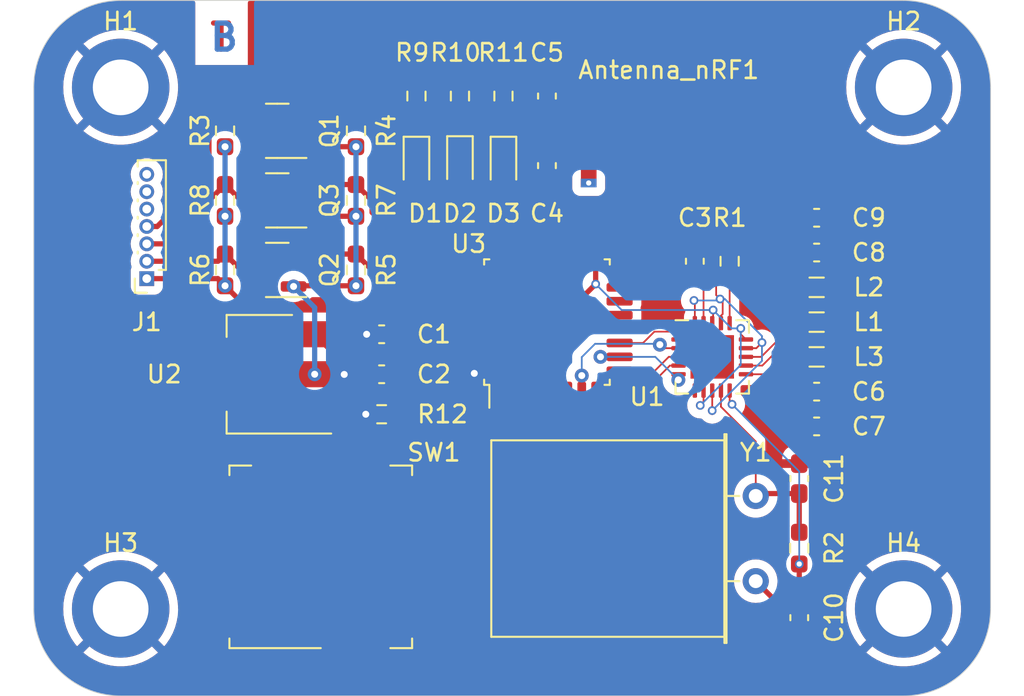
<source format=kicad_pcb>
(kicad_pcb (version 20221018) (generator pcbnew)
  (layers (0 "F.Cu" signal) (31 "B.Cu" signal) (34 "B.Paste" user) (35 "F.Paste" user) (36 "B.SilkS" user "B.Silkscreen") (37 "F.SilkS" user "F.Silkscreen") (38 "B.Mask" user) (39 "F.Mask" user) (44 "Edge.Cuts" user))
  (net 0 "")
  (net 1 "RF_Output")
  (net 2 "+5V")
  (net 3 "VDD_NRF")
  (net 4 "Net-(U1-DVDD)")
  (net 5 "VDD_PA")
  (net 6 "Net-(C8-Pad2)")
  (net 7 "XC1")
  (net 8 "XC2")
  (net 9 "Net-(D1-K)")
  (net 10 "Player2_LED")
  (net 11 "Net-(D2-K)")
  (net 12 "Player1_LED")
  (net 13 "Net-(D3-K)")
  (net 14 "Status_LED")
  (net 15 "Data_Clock_SNES")
  (net 16 "Data_Latch_SNES")
  (net 17 "Serial_Data_SNES")
  (net 18 "ANT2")
  (net 19 "ANT1")
  (net 20 "Serial_Data_STM32")
  (net 21 "Data_Clock_STM32")
  (net 22 "Data_Latch_STM32")
  (net 23 "Net-(U1-IREF)")
  (net 24 "Appairing_Btn")
  (net 25 "Chip_Enable")
  (net 26 "SPI_Chip_Select")
  (net 27 "SPI_Clock")
  (net 28 "SPI_Digital_Input")
  (net 29 "SPI_Digital_Output")
  (net 33 "+3.3VA")
  (net 49 "GND")
  (net 50 "GND1")
  (net 51 "GND3")
  (net 52 "GND2")
  (footprint "Capacitor_SMD:C_0603_1608Metric_Pad1.08x0.95mm_HandSolder" (layer "F.Cu") (at 87 93.5 -90)
    (fp_text reference "C10" (at 0 -2 90) (layer "F.SilkS"))
    (fp_text value "22p")
    (pad "1" smd roundrect (at -0.8625 0 270) (size 1.075 0.95) (layers "F.Cu" "F.Paste" "F.Mask") (net 7 "XC1"))
    (pad "2" smd roundrect (at 0.8625 0 270) (size 1.075 0.95) (layers "F.Cu" "F.Paste" "F.Mask") (net 49 "GND"))
  )
  (footprint "Capacitor_SMD:C_0603_1608Metric_Pad1.08x0.95mm_HandSolder" (layer "F.Cu") (at 63 77.2 180)
    (fp_text reference "C1" (at -3 0) (layer "F.SilkS"))
    (fp_text value "1u")
    (pad "1" smd roundrect (at -0.8625 0 180) (size 1.075 0.95) (layers "F.Cu" "F.Paste" "F.Mask") (net 2 "+5V"))
    (pad "2" smd roundrect (at 0.8625 0 180) (size 1.075 0.95) (layers "F.Cu" "F.Paste" "F.Mask") (net 49 "GND"))
  )
  (footprint "Inductor_SMD:L_0805_2012Metric_Pad1.05x1.20mm_HandSolder" (layer "F.Cu") (at 88 78.5 180)
    (fp_text reference "L3" (at -3 0) (layer "F.SilkS"))
    (fp_text value "2.7n")
    (pad "1" smd roundrect (at -1.15 0 180) (size 1.05 1.2) (layers "F.Cu" "F.Paste" "F.Mask") (roundrect_rratio 0.2380952381) (net 19 "ANT1"))
    (pad "2" smd roundrect (at 1.15 0 180) (size 1.05 1.2) (layers "F.Cu" "F.Paste" "F.Mask") (roundrect_rratio 0.2380952381) (net 5 "VDD_PA"))
  )
  (footprint "Capacitor_SMD:C_0603_1608Metric_Pad1.08x0.95mm_HandSolder" (layer "F.Cu") (at 87 85.5 90)
    (fp_text reference "C11" (at 0 2 90) (layer "F.SilkS"))
    (fp_text value "22p")
    (pad "1" smd roundrect (at -0.8625 0 90) (size 1.075 0.95) (layers "F.Cu" "F.Paste" "F.Mask") (net 8 "XC2"))
    (pad "2" smd roundrect (at 0.8625 0 90) (size 1.075 0.95) (layers "F.Cu" "F.Paste" "F.Mask") (net 49 "GND"))
  )
  (footprint "Capacitor_SMD:C_0603_1608Metric_Pad1.08x0.95mm_HandSolder" (layer "F.Cu") (at 88 70.5 180)
    (fp_text reference "C9" (at -3 0) (layer "F.SilkS"))
    (fp_text value "1.0p")
    (pad "1" smd roundrect (at -0.8625 0 180) (size 1.075 0.95) (layers "F.Cu" "F.Paste" "F.Mask") (net 49 "GND"))
    (pad "2" smd roundrect (at 0.8625 0 180) (size 1.075 0.95) (layers "F.Cu" "F.Paste" "F.Mask") (net 1 "RF_Output"))
  )
  (footprint "Capacitor_SMD:C_0603_1608Metric_Pad1.08x0.95mm_HandSolder" (layer "F.Cu") (at 81 73 90)
    (fp_text reference "C3" (at 2.5 0) (layer "F.SilkS"))
    (fp_text value "33n")
    (pad "1" smd roundrect (at -0.8625 0 90) (size 1.075 0.95) (layers "F.Cu" "F.Paste" "F.Mask") (net 4 "Net-(U1-DVDD)"))
    (pad "2" smd roundrect (at 0.8625 0 90) (size 1.075 0.95) (layers "F.Cu" "F.Paste" "F.Mask") (net 50 "GND1"))
  )
  (footprint "Resistor_SMD:R_0603_1608Metric_Pad0.98x0.95mm_HandSolder" (layer "F.Cu") (at 54 65.5 90)
    (fp_text reference "R3" (at 0 -1.43 90) (layer "F.SilkS"))
    (fp_text value "10k")
    (pad "1" smd roundrect (at -0.9125 0 90) (size 0.975 0.95) (layers "F.Cu" "F.Paste" "F.Mask") (net 2 "+5V"))
    (pad "2" smd roundrect (at 0.9125 0 90) (size 0.975 0.95) (layers "F.Cu" "F.Paste" "F.Mask") (net 17 "Serial_Data_SNES"))
  )
  (footprint "Resistor_SMD:R_0603_1608Metric_Pad0.98x0.95mm_HandSolder" (layer "F.Cu") (at 54 73.5 90)
    (fp_text reference "R6" (at 0 -1.43 90) (layer "F.SilkS"))
    (fp_text value "10k")
    (pad "1" smd roundrect (at -0.9125 0 90) (size 0.975 0.95) (layers "F.Cu" "F.Paste" "F.Mask") (net 2 "+5V"))
    (pad "2" smd roundrect (at 0.9125 0 90) (size 0.975 0.95) (layers "F.Cu" "F.Paste" "F.Mask") (net 15 "Data_Clock_SNES"))
  )
  (footprint "Resistor_SMD:R_0603_1608Metric_Pad0.98x0.95mm_HandSolder" (layer "F.Cu") (at 83 73 90)
    (fp_text reference "R1" (at 2.5 0) (layer "F.SilkS"))
    (fp_text value "22k")
    (pad "1" smd roundrect (at -0.9125 0 90) (size 0.975 0.95) (layers "F.Cu" "F.Paste" "F.Mask") (net 23 "Net-(U1-IREF)"))
    (pad "2" smd roundrect (at 0.9125 0 90) (size 0.975 0.95) (layers "F.Cu" "F.Paste" "F.Mask") (net 50 "GND1"))
  )
  (footprint "Resistor_SMD:R_0603_1608Metric_Pad0.98x0.95mm_HandSolder" (layer "F.Cu") (at 61.525 69.5 90)
    (fp_text reference "R7" (at 0 1.75 90) (layer "F.SilkS"))
    (fp_text value "10k")
    (pad "1" smd roundrect (at -0.9125 0 90) (size 0.975 0.95) (layers "F.Cu" "F.Paste" "F.Mask") (net 3 "VDD_NRF"))
    (pad "2" smd roundrect (at 0.9125 0 90) (size 0.975 0.95) (layers "F.Cu" "F.Paste" "F.Mask") (net 22 "Data_Latch_STM32"))
  )
  (footprint "Capacitor_SMD:C_0603_1608Metric_Pad1.08x0.95mm_HandSolder" (layer "F.Cu") (at 63 79.5 180)
    (fp_text reference "C2" (at -3 0) (layer "F.SilkS"))
    (fp_text value "1u")
    (pad "1" smd roundrect (at -0.8625 0 180) (size 1.075 0.95) (layers "F.Cu" "F.Paste" "F.Mask") (net 3 "VDD_NRF"))
    (pad "2" smd roundrect (at 0.8625 0 180) (size 1.075 0.95) (layers "F.Cu" "F.Paste" "F.Mask") (net 49 "GND"))
  )
  (footprint "Resistor_SMD:R_0603_1608Metric_Pad0.98x0.95mm_HandSolder" (layer "F.Cu") (at 54 69.5 90)
    (fp_text reference "R8" (at 0 -1.43 90) (layer "F.SilkS"))
    (fp_text value "10k")
    (pad "1" smd roundrect (at -0.9125 0 90) (size 0.975 0.95) (layers "F.Cu" "F.Paste" "F.Mask") (net 2 "+5V"))
    (pad "2" smd roundrect (at 0.9125 0 90) (size 0.975 0.95) (layers "F.Cu" "F.Paste" "F.Mask") (net 16 "Data_Latch_SNES"))
  )
  (footprint "Package_DFN_QFN:QFN-20-1EP_4x4mm_P0.5mm_EP2.5x2.5mm" (layer "F.Cu") (at 82 78.5)
    (fp_text reference "U1" (at -3.75 2.2975) (layer "F.SilkS"))
    (fp_text value "NRF24L01")
    (pad "1" smd roundrect (at -1.9375 -1) (size 0.825 0.25) (layers "F.Cu" "F.Paste" "F.Mask") (net 25 "Chip_Enable"))
    (pad "2" smd roundrect (at -1.9375 -0.5) (size 0.825 0.25) (layers "F.Cu" "F.Paste" "F.Mask") (net 26 "SPI_Chip_Select"))
    (pad "3" smd roundrect (at -1.9375 0) (size 0.825 0.25) (layers "F.Cu" "F.Paste" "F.Mask") (net 27 "SPI_Clock"))
    (pad "4" smd roundrect (at -1.9375 0.5) (size 0.825 0.25) (layers "F.Cu" "F.Paste" "F.Mask") (net 28 "SPI_Digital_Input"))
    (pad "5" smd roundrect (at -1.9375 1) (size 0.825 0.25) (layers "F.Cu" "F.Paste" "F.Mask") (net 29 "SPI_Digital_Output"))
    (pad "6" smd roundrect (at -1 1.9375) (size 0.25 0.825) (layers "F.Cu" "F.Paste" "F.Mask"))
    (pad "7" smd roundrect (at -0.5 1.9375) (size 0.25 0.825) (layers "F.Cu" "F.Paste" "F.Mask") (net 3 "VDD_NRF"))
    (pad "8" smd roundrect (at 0 1.9375) (size 0.25 0.825) (layers "F.Cu" "F.Paste" "F.Mask") (net 50 "GND1"))
    (pad "9" smd roundrect (at 0.5 1.9375) (size 0.25 0.825) (layers "F.Cu" "F.Paste" "F.Mask") (net 8 "XC2"))
    (pad "10" smd roundrect (at 1 1.9375) (size 0.25 0.825) (layers "F.Cu" "F.Paste" "F.Mask") (net 7 "XC1"))
    (pad "11" smd roundrect (at 1.9375 1) (size 0.825 0.25) (layers "F.Cu" "F.Paste" "F.Mask") (net 5 "VDD_PA"))
    (pad "12" smd roundrect (at 1.9375 0.5) (size 0.825 0.25) (layers "F.Cu" "F.Paste" "F.Mask") (net 19 "ANT1"))
    (pad "13" smd roundrect (at 1.9375 0) (size 0.825 0.25) (layers "F.Cu" "F.Paste" "F.Mask") (net 18 "ANT2"))
    (pad "14" smd roundrect (at 1.9375 -0.5) (size 0.825 0.25) (layers "F.Cu" "F.Paste" "F.Mask") (net 50 "GND1"))
    (pad "15" smd roundrect (at 1.9375 -1) (size 0.825 0.25) (layers "F.Cu" "F.Paste" "F.Mask") (net 3 "VDD_NRF"))
    (pad "16" smd roundrect (at 1 -1.9375) (size 0.25 0.825) (layers "F.Cu" "F.Paste" "F.Mask") (net 23 "Net-(U1-IREF)"))
    (pad "17" smd roundrect (at 0.5 -1.9375) (size 0.25 0.825) (layers "F.Cu" "F.Paste" "F.Mask") (net 50 "GND1"))
    (pad "18" smd roundrect (at 0 -1.9375) (size 0.25 0.825) (layers "F.Cu" "F.Paste" "F.Mask") (net 3 "VDD_NRF"))
    (pad "19" smd roundrect (at -0.5 -1.9375) (size 0.25 0.825) (layers "F.Cu" "F.Paste" "F.Mask") (net 4 "Net-(U1-DVDD)"))
    (pad "20" smd roundrect (at -1 -1.9375) (size 0.25 0.825) (layers "F.Cu" "F.Paste" "F.Mask") (net 50 "GND1"))
    (pad "21" smd rect (at 0 0) (size 2.5 2.5) (layers "F.Cu" "F.Mask"))
  )
  (footprint "Resistor_SMD:R_0603_1608Metric_Pad0.98x0.95mm_HandSolder" (layer "F.Cu") (at 61.525 65.5 90)
    (fp_text reference "R4" (at 0 1.75 90) (layer "F.SilkS"))
    (fp_text value "10k")
    (pad "1" smd roundrect (at -0.9125 0 90) (size 0.975 0.95) (layers "F.Cu" "F.Paste" "F.Mask") (net 3 "VDD_NRF"))
    (pad "2" smd roundrect (at 0.9125 0 90) (size 0.975 0.95) (layers "F.Cu" "F.Paste" "F.Mask") (net 20 "Serial_Data_STM32"))
  )
  (footprint "Resistor_SMD:R_0603_1608Metric_Pad0.98x0.95mm_HandSolder" (layer "F.Cu") (at 63 81.8 180)
    (fp_text reference "R12" (at -3.5 0) (layer "F.SilkS"))
    (fp_text value "10k")
    (pad "1" smd roundrect (at -0.9125 0 180) (size 0.975 0.95) (layers "F.Cu" "F.Paste" "F.Mask") (net 24 "Appairing_Btn"))
    (pad "2" smd roundrect (at 0.9125 0 180) (size 0.975 0.95) (layers "F.Cu" "F.Paste" "F.Mask") (net 49 "GND"))
  )
  (footprint "MountingHole:MountingHole_3.2mm_M3_DIN965_Pad" (layer "F.Cu") (at 93 63)
    (fp_text reference "H2" (at 0 -3.8) (layer "F.SilkS"))
    (fp_text value "MountingHole_Pad")
    (pad "1" thru_hole circle (at 0 0) (size 5.6 5.6) (drill 3.2) (layers "*.Cu" "*.Mask") (net 49 "GND"))
  )
  (footprint "Resistor_SMD:R_0603_1608Metric_Pad0.98x0.95mm_HandSolder" (layer "F.Cu") (at 65 63.5 90)
    (fp_text reference "R9" (at 2.5 -0.25) (layer "F.SilkS"))
    (fp_text value "1k")
    (pad "1" smd roundrect (at -0.9125 0 90) (size 0.975 0.95) (layers "F.Cu" "F.Paste" "F.Mask") (net 9 "Net-(D1-K)"))
    (pad "2" smd roundrect (at 0.9125 0 90) (size 0.975 0.95) (layers "F.Cu" "F.Paste" "F.Mask") (net 49 "GND"))
  )
  (footprint "Button_Switch_SMD:SW_MEC_5GSH9" (layer "F.Cu") (at 59.5 90 90)
    (fp_text reference "SW1" (at 6 6.5 180) (layer "F.SilkS"))
    (fp_text value "SW_Push")
    (pad "1" smd rect (at -3.81 -6.25 180) (size 2.5 1.2) (layers "F.Cu" "F.Paste" "F.Mask") (net 3 "VDD_NRF"))
    (pad "2" smd rect (at -3.81 6.25 180) (size 2.5 1.2) (layers "F.Cu" "F.Paste" "F.Mask") (net 24 "Appairing_Btn"))
    (pad "3" smd rect (at 3.81 -6.25 180) (size 2.5 1.2) (layers "F.Cu" "F.Paste" "F.Mask"))
    (pad "4" smd rect (at 3.81 6.25 180) (size 2.5 1.2) (layers "F.Cu" "F.Paste" "F.Mask"))
  )
  (footprint "Capacitor_SMD:C_0603_1608Metric_Pad1.08x0.95mm_HandSolder" (layer "F.Cu") (at 72.5 67.5 90)
    (fp_text reference "C4" (at -2.75 0) (layer "F.SilkS"))
    (fp_text value "10n")
    (pad "1" smd roundrect (at -0.8625 0 90) (size 1.075 0.95) (layers "F.Cu" "F.Paste" "F.Mask") (net 3 "VDD_NRF"))
    (pad "2" smd roundrect (at 0.8625 0 90) (size 1.075 0.95) (layers "F.Cu" "F.Paste" "F.Mask") (net 49 "GND"))
  )
  (footprint "Capacitor_SMD:C_0603_1608Metric_Pad1.08x0.95mm_HandSolder" (layer "F.Cu") (at 88 82.5)
    (fp_text reference "C7" (at 3 0) (layer "F.SilkS"))
    (fp_text value "4.7p")
    (pad "1" smd roundrect (at -0.8625 0) (size 1.075 0.95) (layers "F.Cu" "F.Paste" "F.Mask") (net 5 "VDD_PA"))
    (pad "2" smd roundrect (at 0.8625 0) (size 1.075 0.95) (layers "F.Cu" "F.Paste" "F.Mask") (net 49 "GND"))
  )
  (footprint "Diode_SMD:D_0603_1608Metric_Pad1.05x0.95mm_HandSolder" (layer "F.Cu") (at 65 67.5 -90)
    (fp_text reference "D1" (at 2.75 -0.5) (layer "F.SilkS"))
    (fp_text value "LED_Small")
    (pad "1" smd roundrect (at -0.875 0 270) (size 1.05 0.95) (layers "F.Cu" "F.Paste" "F.Mask") (net 9 "Net-(D1-K)"))
    (pad "2" smd roundrect (at 0.875 0 270) (size 1.05 0.95) (layers "F.Cu" "F.Paste" "F.Mask") (net 12 "Player1_LED"))
  )
  (footprint "Resistor_SMD:R_0603_1608Metric_Pad0.98x0.95mm_HandSolder" (layer "F.Cu") (at 61.525 73.5 90)
    (fp_text reference "R5" (at 0 1.75 90) (layer "F.SilkS"))
    (fp_text value "10k")
    (pad "1" smd roundrect (at -0.9125 0 90) (size 0.975 0.95) (layers "F.Cu" "F.Paste" "F.Mask") (net 3 "VDD_NRF"))
    (pad "2" smd roundrect (at 0.9125 0 90) (size 0.975 0.95) (layers "F.Cu" "F.Paste" "F.Mask") (net 21 "Data_Clock_STM32"))
  )
  (footprint "Package_TO_SOT_SMD:SOT-23" (layer "F.Cu") (at 57 69.5 180)
    (fp_text reference "Q3" (at -3 0 90) (layer "F.SilkS"))
    (fp_text value "2N7002")
    (pad "1" smd roundrect (at -0.9375 -0.95 180) (size 1.475 0.6) (layers "F.Cu" "F.Paste" "F.Mask") (net 3 "VDD_NRF"))
    (pad "2" smd roundrect (at -0.9375 0.95 180) (size 1.475 0.6) (layers "F.Cu" "F.Paste" "F.Mask") (net 22 "Data_Latch_STM32"))
    (pad "3" smd roundrect (at 0.9375 0 180) (size 1.475 0.6) (layers "F.Cu" "F.Paste" "F.Mask") (net 16 "Data_Latch_SNES"))
  )
  (footprint "Diode_SMD:D_0603_1608Metric_Pad1.05x0.95mm_HandSolder" (layer "F.Cu") (at 70 67.5 -90)
    (fp_text reference "D3" (at 2.75 0) (layer "F.SilkS"))
    (fp_text value "LED_Small")
    (pad "1" smd roundrect (at -0.875 0 270) (size 1.05 0.95) (layers "F.Cu" "F.Paste" "F.Mask") (net 13 "Net-(D3-K)"))
    (pad "2" smd roundrect (at 0.875 0 270) (size 1.05 0.95) (layers "F.Cu" "F.Paste" "F.Mask") (net 14 "Status_LED"))
  )
  (footprint "Capacitor_SMD:C_0603_1608Metric_Pad1.08x0.95mm_HandSolder" (layer "F.Cu") (at 72.5 63.5 90)
    (fp_text reference "C5" (at 2.5 0) (layer "F.SilkS"))
    (fp_text value "1n")
    (pad "1" smd roundrect (at -0.8625 0 90) (size 1.075 0.95) (layers "F.Cu" "F.Paste" "F.Mask") (net 3 "VDD_NRF"))
    (pad "2" smd roundrect (at 0.8625 0 90) (size 1.075 0.95) (layers "F.Cu" "F.Paste" "F.Mask") (net 49 "GND"))
  )
  (footprint "Package_QFP:LQFP-32_7x7mm_P0.8mm" (layer "F.Cu") (at 72.5 76.5 90)
    (fp_text reference "U3" (at 4.5 -4.5 180) (layer "F.SilkS"))
    (fp_text value "STM32L412KBTx")
    (pad "1" smd roundrect (at -4.175 -2.8 90) (size 1.5 0.5) (layers "F.Cu" "F.Paste" "F.Mask") (net 3 "VDD_NRF"))
    (pad "2" smd roundrect (at -4.175 -2 90) (size 1.5 0.5) (layers "F.Cu" "F.Paste" "F.Mask") (net 24 "Appairing_Btn"))
    (pad "3" smd roundrect (at -4.175 -1.2 90) (size 1.5 0.5) (layers "F.Cu" "F.Paste" "F.Mask"))
    (pad "4" smd roundrect (at -4.175 -0.4 90) (size 1.5 0.5) (layers "F.Cu" "F.Paste" "F.Mask"))
    (pad "5" smd roundrect (at -4.175 0.4 90) (size 1.5 0.5) (layers "F.Cu" "F.Paste" "F.Mask") (net 33 "+3.3VA"))
    (pad "6" smd roundrect (at -4.175 1.2 90) (size 1.5 0.5) (layers "F.Cu" "F.Paste" "F.Mask"))
    (pad "7" smd roundrect (at -4.175 2 90) (size 1.5 0.5) (layers "F.Cu" "F.Paste" "F.Mask") (net 26 "SPI_Chip_Select"))
    (pad "8" smd roundrect (at -4.175 2.8 90) (size 1.5 0.5) (layers "F.Cu" "F.Paste" "F.Mask") (net 28 "SPI_Digital_Input"))
    (pad "9" smd roundrect (at -2.8 4.175 90) (size 0.5 1.5) (layers "F.Cu" "F.Paste" "F.Mask") (net 27 "SPI_Clock"))
    (pad "10" smd roundrect (at -2 4.175 90) (size 0.5 1.5) (layers "F.Cu" "F.Paste" "F.Mask") (net 29 "SPI_Digital_Output"))
    (pad "11" smd roundrect (at -1.2 4.175 90) (size 0.5 1.5) (layers "F.Cu" "F.Paste" "F.Mask") (net 25 "Chip_Enable"))
    (pad "12" smd roundrect (at -0.4 4.175 90) (size 0.5 1.5) (layers "F.Cu" "F.Paste" "F.Mask"))
    (pad "13" smd roundrect (at 0.4 4.175 90) (size 0.5 1.5) (layers "F.Cu" "F.Paste" "F.Mask"))
    (pad "14" smd roundrect (at 1.2 4.175 90) (size 0.5 1.5) (layers "F.Cu" "F.Paste" "F.Mask"))
    (pad "15" smd roundrect (at 2 4.175 90) (size 0.5 1.5) (layers "F.Cu" "F.Paste" "F.Mask"))
    (pad "16" smd roundrect (at 2.8 4.175 90) (size 0.5 1.5) (layers "F.Cu" "F.Paste" "F.Mask") (net 49 "GND"))
    (pad "17" smd roundrect (at 4.175 2.8 90) (size 1.5 0.5) (layers "F.Cu" "F.Paste" "F.Mask") (net 3 "VDD_NRF"))
    (pad "18" smd roundrect (at 4.175 2 90) (size 1.5 0.5) (layers "F.Cu" "F.Paste" "F.Mask"))
    (pad "19" smd roundrect (at 4.175 1.2 90) (size 1.5 0.5) (layers "F.Cu" "F.Paste" "F.Mask") (net 14 "Status_LED"))
    (pad "20" smd roundrect (at 4.175 0.4 90) (size 1.5 0.5) (layers "F.Cu" "F.Paste" "F.Mask"))
    (pad "21" smd roundrect (at 4.175 -0.4 90) (size 1.5 0.5) (layers "F.Cu" "F.Paste" "F.Mask"))
    (pad "22" smd roundrect (at 4.175 -1.2 90) (size 1.5 0.5) (layers "F.Cu" "F.Paste" "F.Mask"))
    (pad "23" smd roundrect (at 4.175 -2 90) (size 1.5 0.5) (layers "F.Cu" "F.Paste" "F.Mask") (net 10 "Player2_LED"))
    (pad "24" smd roundrect (at 4.175 -2.8 90) (size 1.5 0.5) (layers "F.Cu" "F.Paste" "F.Mask") (net 12 "Player1_LED"))
    (pad "25" smd roundrect (at 2.8 -4.175 90) (size 0.5 1.5) (layers "F.Cu" "F.Paste" "F.Mask") (net 20 "Serial_Data_STM32"))
    (pad "26" smd roundrect (at 2 -4.175 90) (size 0.5 1.5) (layers "F.Cu" "F.Paste" "F.Mask"))
    (pad "27" smd roundrect (at 1.2 -4.175 90) (size 0.5 1.5) (layers "F.Cu" "F.Paste" "F.Mask") (net 22 "Data_Latch_STM32"))
    (pad "28" smd roundrect (at 0.4 -4.175 90) (size 0.5 1.5) (layers "F.Cu" "F.Paste" "F.Mask"))
    (pad "29" smd roundrect (at -0.4 -4.175 90) (size 0.5 1.5) (layers "F.Cu" "F.Paste" "F.Mask") (net 21 "Data_Clock_STM32"))
    (pad "30" smd roundrect (at -1.2 -4.175 90) (size 0.5 1.5) (layers "F.Cu" "F.Paste" "F.Mask"))
    (pad "31" smd roundrect (at -2 -4.175 90) (size 0.5 1.5) (layers "F.Cu" "F.Paste" "F.Mask"))
    (pad "32" smd roundrect (at -2.8 -4.175 90) (size 0.5 1.5) (layers "F.Cu" "F.Paste" "F.Mask") (net 49 "GND"))
  )
  (footprint "Resistor_SMD:R_0603_1608Metric_Pad0.98x0.95mm_HandSolder" (layer "F.Cu") (at 87 89.5 90)
    (fp_text reference "R2" (at 0 2 90) (layer "F.SilkS"))
    (fp_text value "1M")
    (pad "1" smd roundrect (at -0.9125 0 90) (size 0.975 0.95) (layers "F.Cu" "F.Paste" "F.Mask") (net 7 "XC1"))
    (pad "2" smd roundrect (at 0.9125 0 90) (size 0.975 0.95) (layers "F.Cu" "F.Paste" "F.Mask") (net 8 "XC2"))
  )
  (footprint "Resistor_SMD:R_0603_1608Metric_Pad0.98x0.95mm_HandSolder" (layer "F.Cu") (at 70 63.5 90)
    (fp_text reference "R11" (at 2.5 0) (layer "F.SilkS"))
    (fp_text value "1k")
    (pad "1" smd roundrect (at -0.9125 0 90) (size 0.975 0.95) (layers "F.Cu" "F.Paste" "F.Mask") (net 13 "Net-(D3-K)"))
    (pad "2" smd roundrect (at 0.9125 0 90) (size 0.975 0.95) (layers "F.Cu" "F.Paste" "F.Mask") (net 49 "GND"))
  )
  (footprint "Capacitor_SMD:C_0603_1608Metric_Pad1.08x0.95mm_HandSolder" (layer "F.Cu") (at 88 72.5)
    (fp_text reference "C8" (at 3 0) (layer "F.SilkS"))
    (fp_text value "1.5p")
    (pad "1" smd roundrect (at -0.8625 0) (size 1.075 0.95) (layers "F.Cu" "F.Paste" "F.Mask") (net 1 "RF_Output"))
    (pad "2" smd roundrect (at 0.8625 0) (size 1.075 0.95) (layers "F.Cu" "F.Paste" "F.Mask") (net 6 "Net-(C8-Pad2)"))
  )
  (footprint "Connector_PinSocket_1.00mm:PinSocket_1x07_P1.00mm_Vertical" (layer "F.Cu") (at 49.5 74 180)
    (fp_text reference "J1" (at 0 -2.5) (layer "F.SilkS"))
    (fp_text value "Conn_01x07_Socket")
    (pad "1" thru_hole rect (at 0 0 180) (size 0.85 0.85) (drill 0.5) (layers "*.Cu" "*.Mask") (net 2 "+5V"))
    (pad "2" thru_hole oval (at 0 1 180) (size 0.85 0.85) (drill 0.5) (layers "*.Cu" "*.Mask") (net 15 "Data_Clock_SNES"))
    (pad "3" thru_hole oval (at 0 2 180) (size 0.85 0.85) (drill 0.5) (layers "*.Cu" "*.Mask") (net 16 "Data_Latch_SNES"))
    (pad "4" thru_hole oval (at 0 3 180) (size 0.85 0.85) (drill 0.5) (layers "*.Cu" "*.Mask") (net 17 "Serial_Data_SNES"))
    (pad "5" thru_hole oval (at 0 4 180) (size 0.85 0.85) (drill 0.5) (layers "*.Cu" "*.Mask"))
    (pad "6" thru_hole oval (at 0 5 180) (size 0.85 0.85) (drill 0.5) (layers "*.Cu" "*.Mask"))
    (pad "7" thru_hole oval (at 0 6 180) (size 0.85 0.85) (drill 0.5) (layers "*.Cu" "*.Mask") (net 51 "GND3"))
  )
  (footprint "RF_Antenna:Texas_SWRA117D_2.4GHz_Right" (layer "F.Cu") (at 77 68.5)
    (fp_text reference "Antenna_nRF1" (at 2.5 -6.5) (layer "F.SilkS"))
    (fp_text value "~")
    (fp_poly (pts (xy 2.45 -2.51) (xy 4.45 -2.51) (xy 4.45 -5.15) (xy 7.15 -5.15) (xy 7.15 -2.51) (xy 9.15 -2.51) (xy 9.15 -5.15) (xy 11.85 -5.15) (xy 11.85 -0.71) (xy 11.35 -0.71) (xy 11.35 -4.65) (xy 9.65 -4.65) (xy 9.65 -2.01) (xy 6.65 -2.01) (xy 6.65 -4.65) (xy 4.95 -4.65) (xy 4.95 -2.01) (xy 1.95 -2.01) (xy 1.95 -4.65) (xy 0.25 -4.65) (xy 0.25 0.25) (xy -0.25 0.25) (xy -0.25 -4.65) (xy -1.65 -4.65) (xy -1.65 0.25) (xy -2.55 0.25) (xy -2.55 0.006785) (xy -2.247583 0.006785) (xy -2.237742 0.054395) (xy -2.213674 0.096797) (xy -2.175731 0.129581) (xy -2.167819 0.133935) (xy -2.125156 0.146043) (xy -2.076637 0.1453) (xy -2.031122 0.1324) (xy -2.012511 0.121787) (xy -1.978868 0.086553) (xy -1.958309 0.041368) (xy -1.951778 -0.008158) (xy -1.960218 -0.056417) (xy -1.977112 -0.088643) (xy -2.012372 -0.121313) (xy -2.057682 -0.141408) (xy -2.107267 -0.147982) (xy -2.155353 -0.140092) (xy -2.188245 -0.123186) (xy -2.223185 -0.086416) (xy -2.242847 -0.041622) (xy -2.247583 0.006785) (xy -2.55 0.006785) (xy -2.55 -5.15) (xy 2.45 -5.15) (xy 2.45 -2.51)) (fill solid) (layer "F.Cu"))
    (pad "1" connect rect (at 0 0) (size 0.5 0.5) (layers "F.Cu") (net 1 "RF_Output"))
    (pad "2" thru_hole rect (at -2.1 0) (size 0.9 0.5) (drill 0.3) (layers "*.Cu") (net 52 "GND2"))
  )
  (footprint "Resistor_SMD:R_0603_1608Metric_Pad0.98x0.95mm_HandSolder" (layer "F.Cu") (at 67.5 63.5 90)
    (fp_text reference "R10" (at 2.5 -0.25) (layer "F.SilkS"))
    (fp_text value "1k")
    (pad "1" smd roundrect (at -0.9125 0 90) (size 0.975 0.95) (layers "F.Cu" "F.Paste" "F.Mask") (net 11 "Net-(D2-K)"))
    (pad "2" smd roundrect (at 0.9125 0 90) (size 0.975 0.95) (layers "F.Cu" "F.Paste" "F.Mask") (net 49 "GND"))
  )
  (footprint "Package_TO_SOT_SMD:SOT-223-3_TabPin2" (layer "F.Cu") (at 56 79.5 180)
    (fp_text reference "U2" (at 5.5 0 180) (layer "F.SilkS"))
    (fp_text value "AMS1117-3.3")
    (pad "1" smd rect (at -3.15 -2.3 180) (size 2 1.5) (layers "F.Cu" "F.Paste" "F.Mask") (net 49 "GND"))
    (pad "2" smd rect (at -3.15 0 180) (size 2 1.5) (layers "F.Cu" "F.Paste" "F.Mask") (net 3 "VDD_NRF"))
    (pad "2" smd rect (at 3.15 0 180) (size 2 3.8) (layers "F.Cu" "F.Paste" "F.Mask") (net 3 "VDD_NRF"))
    (pad "3" smd rect (at -3.15 2.3 180) (size 2 1.5) (layers "F.Cu" "F.Paste" "F.Mask") (net 2 "+5V"))
  )
  (footprint "Inductor_SMD:L_0805_2012Metric_Pad1.05x1.20mm_HandSolder" (layer "F.Cu") (at 88 74.5)
    (fp_text reference "L2" (at 3 0) (layer "F.SilkS"))
    (fp_text value "3.9n")
    (pad "1" smd roundrect (at -1.15 0) (size 1.05 1.2) (layers "F.Cu" "F.Paste" "F.Mask") (roundrect_rratio 0.2380952381) (net 18 "ANT2"))
    (pad "2" smd roundrect (at 1.15 0) (size 1.05 1.2) (layers "F.Cu" "F.Paste" "F.Mask") (roundrect_rratio 0.2380952381) (net 6 "Net-(C8-Pad2)"))
  )
  (footprint "Package_TO_SOT_SMD:SOT-23" (layer "F.Cu") (at 57 65.5 180)
    (fp_text reference "Q1" (at -3 0 90) (layer "F.SilkS"))
    (fp_text value "2N7002")
    (pad "1" smd roundrect (at -0.9375 -0.95 180) (size 1.475 0.6) (layers "F.Cu" "F.Paste" "F.Mask") (net 3 "VDD_NRF"))
    (pad "2" smd roundrect (at -0.9375 0.95 180) (size 1.475 0.6) (layers "F.Cu" "F.Paste" "F.Mask") (net 20 "Serial_Data_STM32"))
    (pad "3" smd roundrect (at 0.9375 0 180) (size 1.475 0.6) (layers "F.Cu" "F.Paste" "F.Mask") (net 17 "Serial_Data_SNES"))
  )
  (footprint "Diode_SMD:D_0603_1608Metric_Pad1.05x0.95mm_HandSolder" (layer "F.Cu") (at 67.5 67.47 -90)
    (fp_text reference "D2" (at 2.78 0) (layer "F.SilkS"))
    (fp_text value "LED_Small")
    (pad "1" smd roundrect (at -0.875 0 270) (size 1.05 0.95) (layers "F.Cu" "F.Paste" "F.Mask") (net 11 "Net-(D2-K)"))
    (pad "2" smd roundrect (at 0.875 0 270) (size 1.05 0.95) (layers "F.Cu" "F.Paste" "F.Mask") (net 10 "Player2_LED"))
  )
  (footprint "MountingHole:MountingHole_3.2mm_M3_DIN965_Pad" (layer "F.Cu") (at 93 93)
    (fp_text reference "H4" (at 0 -3.8) (layer "F.SilkS"))
    (fp_text value "MountingHole_Pad")
    (pad "1" thru_hole circle (at 0 0) (size 5.6 5.6) (drill 3.2) (layers "*.Cu" "*.Mask") (net 49 "GND"))
  )
  (footprint "MountingHole:MountingHole_3.2mm_M3_DIN965_Pad" (layer "F.Cu") (at 48 93)
    (fp_text reference "H3" (at 0 -3.8) (layer "F.SilkS"))
    (fp_text value "MountingHole_Pad")
    (pad "1" thru_hole circle (at 0 0) (size 5.6 5.6) (drill 3.2) (layers "*.Cu" "*.Mask") (net 49 "GND"))
  )
  (footprint "Capacitor_SMD:C_0603_1608Metric_Pad1.08x0.95mm_HandSolder" (layer "F.Cu") (at 88 80.5)
    (fp_text reference "C6" (at 3 0) (layer "F.SilkS"))
    (fp_text value "2.2n")
    (pad "1" smd roundrect (at -0.8625 0) (size 1.075 0.95) (layers "F.Cu" "F.Paste" "F.Mask") (net 5 "VDD_PA"))
    (pad "2" smd roundrect (at 0.8625 0) (size 1.075 0.95) (layers "F.Cu" "F.Paste" "F.Mask") (net 49 "GND"))
  )
  (footprint "Crystal:Crystal_HC49-U_Horizontal" (layer "F.Cu") (at 84.5 86.5 -90)
    (fp_text reference "Y1" (at -2.5 0) (layer "F.SilkS"))
    (fp_text value "16 MHz")
    (pad "1" thru_hole circle (at 0 0 270) (size 1.5 1.5) (drill 0.8) (layers "*.Cu" "*.Mask") (net 8 "XC2"))
    (pad "2" thru_hole circle (at 4.9 0 270) (size 1.5 1.5) (drill 0.8) (layers "*.Cu" "*.Mask") (net 7 "XC1"))
  )
  (footprint "Package_TO_SOT_SMD:SOT-23" (layer "F.Cu") (at 57 73.5 180)
    (fp_text reference "Q2" (at -3 0 90) (layer "F.SilkS"))
    (fp_text value "2N7002")
    (pad "1" smd roundrect (at -0.9375 -0.95 180) (size 1.475 0.6) (layers "F.Cu" "F.Paste" "F.Mask") (net 3 "VDD_NRF"))
    (pad "2" smd roundrect (at -0.9375 0.95 180) (size 1.475 0.6) (layers "F.Cu" "F.Paste" "F.Mask") (net 21 "Data_Clock_STM32"))
    (pad "3" smd roundrect (at 0.9375 0 180) (size 1.475 0.6) (layers "F.Cu" "F.Paste" "F.Mask") (net 15 "Data_Clock_SNES"))
  )
  (footprint "Inductor_SMD:L_0805_2012Metric_Pad1.05x1.20mm_HandSolder" (layer "F.Cu") (at 88 76.5)
    (fp_text reference "L1" (at 3 0) (layer "F.SilkS"))
    (fp_text value "8.2n")
    (pad "1" smd roundrect (at -1.15 0) (size 1.05 1.2) (layers "F.Cu" "F.Paste" "F.Mask") (roundrect_rratio 0.2380952381) (net 18 "ANT2"))
    (pad "2" smd roundrect (at 1.15 0) (size 1.05 1.2) (layers "F.Cu" "F.Paste" "F.Mask") (roundrect_rratio 0.2380952381) (net 19 "ANT1"))
  )
  (footprint "MountingHole:MountingHole_3.2mm_M3_DIN965_Pad" (layer "F.Cu") (at 48 63)
    (fp_text reference "H1" (at 0 -3.8) (layer "F.SilkS"))
    (fp_text value "MountingHole_Pad")
    (pad "1" thru_hole circle (at 0 0) (size 5.6 5.6) (drill 3.2) (layers "*.Cu" "*.Mask") (net 49 "GND"))
  )
  (gr_arc (start 98 93) (mid 96.535534 96.535534) (end 93 98) (stroke (width 0.05)) (layer "Edge.Cuts"))
  (gr_line (start 43 93) (end 43 63) (stroke (width 0.05)) (layer "Edge.Cuts"))
  (gr_arc (start 48 98) (mid 44.464466 96.535534) (end 43 93) (stroke (width 0.05)) (layer "Edge.Cuts"))
  (gr_line (start 93 98) (end 48 98) (stroke (width 0.05)) (layer "Edge.Cuts"))
  (gr_line (start 98 63) (end 98 93) (stroke (width 0.05)) (layer "Edge.Cuts"))
  (gr_arc (start 43 63) (mid 44.464466 59.464466) (end 48 58) (stroke (width 0.05)) (layer "Edge.Cuts"))
  (gr_arc (start 93 58) (mid 96.535534 59.464466) (end 98 63) (stroke (width 0.05)) (layer "Edge.Cuts"))
  (gr_line (start 48 58) (end 93 58) (stroke (width 0.05)) (layer "Edge.Cuts"))
  (gr_text "T" (at 53 61) (layer "F.Cu") (effects (font (size 1.5 1.5) (thickness 0.3) bold) (justify left bottom)))
  (gr_text "B" (at 53 61) (layer "B.Cu") (effects (font (size 1.5 1.5) (thickness 0.3) bold) (justify left bottom)))
  (segment (start 87.1375 72.5) (end 87.1375 70.5) (width 0.3) (layer "F.Cu") (net 1))
  (segment (start 53.5875 74) (end 49.5 74) (width 0.3) (layer "F.Cu") (net 2))
  (segment (start 56.7875 77.2) (end 54 74.4125) (width 0.3) (layer "F.Cu") (net 2))
  (segment (start 59.15 77.2) (end 56.7875 77.2) (width 0.3) (layer "F.Cu") (net 2))
  (segment (start 62.9375 78.125) (end 60.075 78.125) (width 0.3) (layer "F.Cu") (net 2))
  (segment (start 54 74.4125) (end 53.5875 74) (width 0.3) (layer "F.Cu") (net 2))
  (segment (start 63.8625 77.2) (end 62.9375 78.125) (width 0.3) (layer "F.Cu") (net 2))
  (segment (start 60.075 78.125) (end 59.15 77.2) (width 0.3) (layer "F.Cu") (net 2))
  (via (at 54 70.4125) (size 0.8) (drill 0.4) (layers "F.Cu" "B.Cu") (net 2))
  (via (at 54 74.4125) (size 0.8) (drill 0.4) (layers "F.Cu" "B.Cu") (net 2))
  (via (at 54 66.4125) (size 0.8) (drill 0.4) (layers "F.Cu" "B.Cu") (net 2))
  (segment (start 54 74.4125) (end 54 70.4125) (width 0.3) (layer "B.Cu") (net 2))
  (segment (start 54 70.4125) (end 54 66.4125) (width 0.3) (layer "B.Cu") (net 2))
  (segment (start 72.5 68.761827) (end 75.3 71.561827) (width 0.3) (layer "F.Cu") (net 3))
  (segment (start 54.95 92.11) (end 53.25 93.81) (width 0.3) (layer "F.Cu") (net 3))
  (segment (start 82.0495 75.805928) (end 82.0495 76.513) (width 0.1) (layer "F.Cu") (net 3))
  (segment (start 65.0375 80.675) (end 63.8625 79.5) (width 0.3) (layer "F.Cu") (net 3))
  (segment (start 61.525 74.4125) (end 57.975 74.4125) (width 0.3) (layer "F.Cu") (net 3))
  (segment (start 62.722272 80.425) (end 60.075 80.425) (width 0.3) (layer "F.Cu") (net 3))
  (segment (start 82.0495 76.513) (end 82 76.5625) (width 0.1) (layer "F.Cu") (net 3))
  (segment (start 63.647272 79.5) (end 62.722272 80.425) (width 0.3) (layer "F.Cu") (net 3))
  (segment (start 81.5 80.4375) (end 81.5 81.102106) (width 0.1) (layer "F.Cu") (net 3))
  (segment (start 71.575 65.2875) (end 72.5 64.3625) (width 0.3) (layer "F.Cu") (net 3))
  (segment (start 61.525 70.4125) (end 57.975 70.4125) (width 0.3) (layer "F.Cu") (net 3))
  (segment (start 81.5 81.102106) (end 81.310075 81.292031) (width 0.1) (layer "F.Cu") (net 3))
  (segment (start 71.575 67.4375) (end 71.575 65.2875) (width 0.3) (layer "F.Cu") (net 3))
  (segment (start 60.075 80.425) (end 59.15 79.5) (width 0.3) (layer "F.Cu") (net 3))
  (segment (start 57.975 66.4125) (end 57.9375 66.45) (width 0.3) (layer "F.Cu") (net 3))
  (segment (start 63.8625 79.5) (end 63.647272 79.5) (width 0.3) (layer "F.Cu") (net 3))
  (segment (start 57.975 74.4125) (end 57.9375 74.45) (width 0.3) (layer "F.Cu") (net 3))
  (segment (start 54.95 81.6) (end 54.95 92.11) (width 0.3) (layer "F.Cu") (net 3))
  (segment (start 72.5 68.3625) (end 71.575 67.4375) (width 0.3) (layer "F.Cu") (net 3))
  (segment (start 59.15 79.5) (end 52.85 79.5) (width 0.3) (layer "F.Cu") (net 3))
  (segment (start 83.638556 76.861444) (end 83.638556 77.201056) (width 0.1) (layer "F.Cu") (net 3))
  (segment (start 72.5 68.3625) (end 72.5 68.761827) (width 0.3) (layer "F.Cu") (net 3))
  (segment (start 69.7 79.911827) (end 69.7 80.675) (width 0.3) (layer "F.Cu") (net 3))
  (segment (start 83.638556 77.201056) (end 83.9375 77.5) (width 0.1) (layer "F.Cu") (net 3))
  (segment (start 52.85 79.5) (end 54.95 81.6) (width 0.3) (layer "F.Cu") (net 3))
  (segment (start 61.525 66.4125) (end 57.975 66.4125) (width 0.3) (layer "F.Cu") (net 3))
  (segment (start 75.3 71.561827) (end 75.3 72.325) (width 0.3) (layer "F.Cu") (net 3))
  (segment (start 69.7 80.675) (end 65.0375 80.675) (width 0.3) (layer "F.Cu") (net 3))
  (segment (start 75.3 72.325) (end 75.3 74.311827) (width 0.3) (layer "F.Cu") (net 3))
  (segment (start 75.3 74.311827) (end 69.7 79.911827) (width 0.3) (layer "F.Cu") (net 3))
  (segment (start 57.975 70.4125) (end 57.9375 70.45) (width 0.3) (layer "F.Cu") (net 3))
  (via (at 82.0495 75.805928) (size 0.5) (drill 0.3) (layers "F.Cu" "B.Cu") (net 3))
  (via (at 81.310075 81.292031) (size 0.5) (drill 0.3) (layers "F.Cu" "B.Cu") (net 3))
  (via (at 61.525 66.4125) (size 0.8) (drill 0.4) (layers "F.Cu" "B.Cu") (net 3))
  (via (at 61.525 70.4125) (size 0.8) (drill 0.4) (layers "F.Cu" "B.Cu") (net 3))
  (via (at 59.15 79.5) (size 0.8) (drill 0.4) (layers "F.Cu" "B.Cu") (net 3))
  (via (at 61.525 74.4125) (size 0.8) (drill 0.4) (layers "F.Cu" "B.Cu") (net 3))
  (via (at 83.638556 76.861444) (size 0.5) (drill 0.3) (layers "F.Cu" "B.Cu") (net 3))
  (via (at 75.3 74.311827) (size 0.5) (drill 0.3) (layers "F.Cu" "B.Cu") (net 3))
  (via (at 57.9375 74.45) (size 0.8) (drill 0.4) (layers "F.Cu" "B.Cu") (net 3))
  (segment (start 76.794101 75.805928) (end 75.3 74.311827) (width 0.1) (layer "B.Cu") (net 3))
  (segment (start 83.638556 78.96355) (end 83.638556 76.861444) (width 0.1) (layer "B.Cu") (net 3))
  (segment (start 61.525 74.4125) (end 61.525 70.4125) (width 0.3) (layer "B.Cu") (net 3))
  (segment (start 83.105016 76.861444) (end 82.0495 75.805928) (width 0.1) (layer "B.Cu") (net 3))
  (segment (start 59.15 79.5) (end 59.15 75.6625) (width 0.3) (layer "B.Cu") (net 3))
  (segment (start 81.310075 81.292031) (end 83.638556 78.96355) (width 0.1) (layer "B.Cu") (net 3))
  (segment (start 61.525 70.4125) (end 61.525 66.4125) (width 0.3) (layer "B.Cu") (net 3))
  (segment (start 83.638556 76.861444) (end 83.105016 76.861444) (width 0.1) (layer "B.Cu") (net 3))
  (segment (start 59.15 75.6625) (end 57.9375 74.45) (width 0.3) (layer "B.Cu") (net 3))
  (segment (start 82.0495 75.805928) (end 76.794101 75.805928) (width 0.1) (layer "B.Cu") (net 3))
  (segment (start 81.5 76.5625) (end 81.5 74.3625) (width 0.1) (layer "F.Cu") (net 4))
  (segment (start 81.5 74.3625) (end 81 73.8625) (width 0.1) (layer "F.Cu") (net 4))
  (segment (start 83.9375 79.5) (end 85.85 79.5) (width 0.1) (layer "F.Cu") (net 5))
  (segment (start 87.1375 82.5) (end 87.1375 80.5) (width 0.3) (layer "F.Cu") (net 5))
  (segment (start 87.1375 80.5) (end 87.1375 78.7875) (width 0.3) (layer "F.Cu") (net 5))
  (segment (start 85.85 79.5) (end 86.85 78.5) (width 0.1) (layer "F.Cu") (net 5))
  (segment (start 87.1375 78.7875) (end 86.85 78.5) (width 0.3) (layer "F.Cu") (net 5))
  (segment (start 89.15 74.5) (end 89.15 72.7875) (width 0.3) (layer "F.Cu") (net 6))
  (segment (start 89.15 72.7875) (end 88.8625 72.5) (width 0.3) (layer "F.Cu") (net 6))
  (segment (start 83 81.092228) (end 83.136682 81.22891) (width 0.1) (layer "F.Cu") (net 7))
  (segment (start 87 92.6375) (end 85.7375 92.6375) (width 0.3) (layer "F.Cu") (net 7))
  (segment (start 87 92.6375) (end 87 90.4125) (width 0.3) (layer "F.Cu") (net 7))
  (segment (start 85.7375 92.6375) (end 84.5 91.4) (width 0.3) (layer "F.Cu") (net 7))
  (segment (start 83 80.4375) (end 83 81.092228) (width 0.1) (layer "F.Cu") (net 7))
  (via (at 83.136682 81.22891) (size 0.5) (drill 0.3) (layers "F.Cu" "B.Cu") (net 7))
  (via (at 87 90.4125) (size 0.5) (drill 0.3) (layers "F.Cu" "B.Cu") (net 7))
  (segment (start 83.136682 81.22891) (end 87 85.092228) (width 0.1) (layer "B.Cu") (net 7))
  (segment (start 87 85.092228) (end 87 90.4125) (width 0.1) (layer "B.Cu") (net 7))
  (segment (start 82.5 80.4375) (end 82.5 81.369339) (width 0.1) (layer "F.Cu") (net 8))
  (segment (start 87 88.5875) (end 87 86.3625) (width 0.3) (layer "F.Cu") (net 8))
  (segment (start 87 86.3625) (end 84.6375 86.3625) (width 0.3) (layer "F.Cu") (net 8))
  (segment (start 82.5 81.369339) (end 84.5 83.369339) (width 0.1) (layer "F.Cu") (net 8))
  (segment (start 84.6375 86.3625) (end 84.5 86.5) (width 0.3) (layer "F.Cu") (net 8))
  (segment (start 84.5 83.369339) (end 84.5 86.5) (width 0.1) (layer "F.Cu") (net 8))
  (segment (start 65 66.625) (end 65 64.4125) (width 0.3) (layer "F.Cu") (net 9))
  (segment (start 67.5 68.345) (end 70.5 71.345) (width 0.3) (layer "F.Cu") (net 10))
  (segment (start 70.5 71.345) (end 70.5 72.325) (width 0.3) (layer "F.Cu") (net 10))
  (segment (start 67.5 66.595) (end 67.5 64.4125) (width 0.3) (layer "F.Cu") (net 11))
  (segment (start 65 68.375) (end 65.75 68.375) (width 0.3) (layer "F.Cu") (net 12))
  (segment (start 65.75 68.375) (end 69.7 72.325) (width 0.3) (layer "F.Cu") (net 12))
  (segment (start 70 66.625) (end 70 64.4125) (width 0.3) (layer "F.Cu") (net 13))
  (segment (start 70 68.375) (end 70.513173 68.375) (width 0.3) (layer "F.Cu") (net 14))
  (segment (start 73.7 71.561827) (end 73.7 72.325) (width 0.3) (layer "F.Cu") (net 14))
  (segment (start 70.513173 68.375) (end 73.7 71.561827) (width 0.3) (layer "F.Cu") (net 14))
  (segment (start 53.5875 73) (end 49.5 73) (width 0.3) (layer "F.Cu") (net 15))
  (segment (start 54.9125 73.5) (end 54 72.5875) (width 0.3) (layer "F.Cu") (net 15))
  (segment (start 54 72.5875) (end 53.5875 73) (width 0.3) (layer "F.Cu") (net 15))
  (segment (start 56.0625 73.5) (end 54.9125 73.5) (width 0.3) (layer "F.Cu") (net 15))
  (segment (start 56.0625 69.5) (end 54.9125 69.5) (width 0.3) (layer "F.Cu") (net 16))
  (segment (start 54 68.5875) (end 50.5875 72) (width 0.3) (layer "F.Cu") (net 16))
  (segment (start 50.5875 72) (end 49.5 72) (width 0.3) (layer "F.Cu") (net 16))
  (segment (start 54.9125 69.5) (end 54 68.5875) (width 0.3) (layer "F.Cu") (net 16))
  (segment (start 53.075 65.5125) (end 54 64.5875) (width 0.3) (layer "F.Cu") (net 17))
  (segment (start 50.10104 71) (end 53.075 68.02604) (width 0.3) (layer "F.Cu") (net 17))
  (segment (start 49.5 71) (end 50.10104 71) (width 0.3) (layer "F.Cu") (net 17))
  (segment (start 56.0625 65.5) (end 54.9125 65.5) (width 0.3) (layer "F.Cu") (net 17))
  (segment (start 53.075 68.02604) (end 53.075 65.5125) (width 0.3) (layer "F.Cu") (net 17))
  (segment (start 54.9125 65.5) (end 54 64.5875) (width 0.3) (layer "F.Cu") (net 17))
  (segment (start 86.85 76.5) (end 86.85 74.5) (width 0.3) (layer "F.Cu") (net 18))
  (segment (start 86.810786 76.5) (end 86.85 76.5) (width 0.1) (layer "F.Cu") (net 18))
  (segment (start 83.9375 78.5) (end 84.810786 78.5) (width 0.1) (layer "F.Cu") (net 18))
  (segment (start 84.810786 78.5) (end 86.810786 76.5) (width 0.1) (layer "F.Cu") (net 18))
  (segment (start 89.15 76.5) (end 89.15 78.5) (width 0.3) (layer "F.Cu") (net 19))
  (segment (start 86.326472 77.55) (end 88.1 77.55) (width 0.1) (layer "F.Cu") (net 19))
  (segment (start 88.1 77.55) (end 89.15 76.5) (width 0.1) (layer "F.Cu") (net 19))
  (segment (start 84.876472 79) (end 86.326472 77.55) (width 0.1) (layer "F.Cu") (net 19))
  (segment (start 83.9375 79) (end 84.876472 79) (width 0.1) (layer "F.Cu") (net 19))
  (segment (start 64.075 69.45) (end 68.325 73.7) (width 0.3) (layer "F.Cu") (net 20))
  (segment (start 64.075 67.1375) (end 64.075 69.45) (width 0.3) (layer "F.Cu") (net 20))
  (segment (start 61.525 64.5875) (end 57.975 64.5875) (width 0.3) (layer "F.Cu") (net 20))
  (segment (start 57.975 64.5875) (end 57.9375 64.55) (width 0.3) (layer "F.Cu") (net 20))
  (segment (start 61.525 64.5875) (end 64.075 67.1375) (width 0.3) (layer "F.Cu") (net 20))
  (segment (start 65.8375 76.9) (end 61.525 72.5875) (width 0.3) (layer "F.Cu") (net 21))
  (segment (start 68.325 76.9) (end 65.8375 76.9) (width 0.3) (layer "F.Cu") (net 21))
  (segment (start 61.525 72.5875) (end 57.975 72.5875) (width 0.3) (layer "F.Cu") (net 21))
  (segment (start 57.975 72.5875) (end 57.9375 72.55) (width 0.3) (layer "F.Cu") (net 21))
  (segment (start 67.561827 75.3) (end 62.45 70.188173) (width 0.3) (layer "F.Cu") (net 22))
  (segment (start 68.325 75.3) (end 67.561827 75.3) (width 0.3) (layer "F.Cu") (net 22))
  (segment (start 57.975 68.5875) (end 57.9375 68.55) (width 0.3) (layer "F.Cu") (net 22))
  (segment (start 62.45 69.5125) (end 61.525 68.5875) (width 0.3) (layer "F.Cu") (net 22))
  (segment (start 61.525 68.5875) (end 57.975 68.5875) (width 0.3) (layer "F.Cu") (net 22))
  (segment (start 62.45 70.188173) (end 62.45 69.5125) (width 0.3) (layer "F.Cu") (net 22))
  (segment (start 83 76.5625) (end 83 73.9125) (width 0.1) (layer "F.Cu") (net 23))
  (segment (start 63.9875 81.875) (end 70.063173 81.875) (width 0.3) (layer "F.Cu") (net 24))
  (segment (start 65.75 93.81) (end 63.8 91.86) (width 0.3) (layer "F.Cu") (net 24))
  (segment (start 63.8 81.9125) (end 63.9125 81.8) (width 0.3) (layer "F.Cu") (net 24))
  (segment (start 70.5 81.438173) (end 70.5 80.675) (width 0.3) (layer "F.Cu") (net 24))
  (segment (start 63.8 91.86) (end 63.8 81.9125) (width 0.3) (layer "F.Cu") (net 24))
  (segment (start 70.063173 81.875) (end 70.5 81.438173) (width 0.3) (layer "F.Cu") (net 24))
  (segment (start 63.9125 81.8) (end 63.9875 81.875) (width 0.3) (layer "F.Cu") (net 24))
  (segment (start 78.677036 77.047672) (end 79.610172 77.047672) (width 0.1) (layer "F.Cu") (net 25))
  (segment (start 79.610172 77.047672) (end 80.0625 77.5) (width 0.1) (layer "F.Cu") (net 25))
  (segment (start 76.675 77.7) (end 78.024708 77.7) (width 0.1) (layer "F.Cu") (net 25))
  (segment (start 78.024708 77.7) (end 78.677036 77.047672) (width 0.1) (layer "F.Cu") (net 25))
  (segment (start 79.190025 78) (end 78.987697 77.797672) (width 0.1) (layer "F.Cu") (net 26))
  (segment (start 80.0625 78) (end 79.190025 78) (width 0.1) (layer "F.Cu") (net 26))
  (segment (start 74.5 79.576528) (end 74.5 80.675) (width 0.1) (layer "F.Cu") (net 26))
  (via (at 78.987697 77.797672) (size 0.8) (drill 0.4) (layers "F.Cu" "B.Cu") (net 26))
  (via (at 74.5 79.576528) (size 0.8) (drill 0.4) (layers "F.Cu" "B.Cu") (net 26))
  (segment (start 75.265867 77.75) (end 74.5 78.515867) (width 0.1) (layer "B.Cu") (net 26))
  (segment (start 74.5 78.515867) (end 74.5 79.576528) (width 0.1) (layer "B.Cu") (net 26))
  (segment (start 78.987697 77.797672) (end 78.940025 77.75) (width 0.1) (layer "B.Cu") (net 26))
  (segment (start 78.940025 77.75) (end 75.265867 77.75) (width 0.1) (layer "B.Cu") (net 26))
  (segment (start 78.700951 79.3) (end 79.500951 78.5) (width 0.1) (layer "F.Cu") (net 27))
  (segment (start 76.675 79.3) (end 78.700951 79.3) (width 0.1) (layer "F.Cu") (net 27))
  (segment (start 79.500951 78.5) (end 80.0625 78.5) (width 0.1) (layer "F.Cu") (net 27))
  (segment (start 77.891637 80.675) (end 75.3 80.675) (width 0.1) (layer "F.Cu") (net 28))
  (segment (start 79.566637 79) (end 77.891637 80.675) (width 0.1) (layer "F.Cu") (net 28))
  (segment (start 80.0625 79) (end 79.566637 79) (width 0.1) (layer "F.Cu") (net 28))
  (segment (start 76.675 78.5) (end 75.576528 78.5) (width 0.1) (layer "F.Cu") (net 29))
  (segment (start 80.050498 79.8245) (end 80.050498 79.512002) (width 0.1) (layer "F.Cu") (net 29))
  (segment (start 80.050498 79.512002) (end 80.0625 79.5) (width 0.1) (layer "F.Cu") (net 29))
  (via (at 80.050498 79.8245) (size 0.8) (drill 0.4) (layers "F.Cu" "B.Cu") (net 29))
  (via (at 75.576528 78.5) (size 0.8) (drill 0.4) (layers "F.Cu" "B.Cu") (net 29))
  (segment (start 78.725998 78.5) (end 80.050498 79.8245) (width 0.1) (layer "B.Cu") (net 29))
  (segment (start 75.576528 78.5) (end 78.725998 78.5) (width 0.1) (layer "B.Cu") (net 29))
  (segment (start 87 84.6375) (end 87 84.3625) (width 0.3) (layer "F.Cu") (net 49))
  (segment (start 73.375 63.5125) (end 72.5 62.6375) (width 0.3) (layer "F.Cu") (net 49))
  (segment (start 72.5 66.6375) (end 73.375 65.7625) (width 0.3) (layer "F.Cu") (net 49))
  (segment (start 62.1375 79.5) (end 60.859502 79.5) (width 0.3) (layer "F.Cu") (net 49))
  (segment (start 60.859502 79.5) (end 60.849502 79.51) (width 0.3) (layer "F.Cu") (net 49))
  (segment (start 73.375 65.7625) (end 73.375 63.5125) (width 0.3) (layer "F.Cu") (net 49))
  (segment (start 87 84.3625) (end 88.8625 82.5) (width 0.3) (layer "F.Cu") (net 49))
  (segment (start 59.15 81.8) (end 62.0875 81.8) (width 0.3) (layer "F.Cu") (net 49))
  (via (at 62.1375 77.2) (size 0.8) (drill 0.4) (layers "F.Cu" "B.Cu") (net 49))
  (via (at 60.849502 79.51) (size 0.8) (drill 0.4) (layers "F.Cu" "B.Cu") (net 49))
  (via (at 68.325 79.4495) (size 0.8) (drill 0.4) (layers "F.Cu" "B.Cu") (net 49))
  (via (at 62.0875 81.8) (size 0.8) (drill 0.4) (layers "F.Cu" "B.Cu") (net 49))
  (segment (start 60.849502 78.487998) (end 62.1375 77.2) (width 0.3) (layer "B.Cu") (net 49))
  (segment (start 60.849502 79.51) (end 60.849502 80.562002) (width 0.3) (layer "B.Cu") (net 49))
  (segment (start 60.849502 79.51) (end 60.849502 78.487998) (width 0.3) (layer "B.Cu") (net 49))
  (segment (start 60.849502 80.562002) (end 62.0875 81.8) (width 0.3) (layer "B.Cu") (net 49))
  (segment (start 66.0755 77.2) (end 68.325 79.4495) (width 0.3) (layer "B.Cu") (net 49))
  (segment (start 62.1375 77.2) (end 66.0755 77.2) (width 0.3) (layer "B.Cu") (net 49))
  (segment (start 82.225 72.8625) (end 81.725 72.8625) (width 0.1) (layer "F.Cu") (net 50))
  (segment (start 82.225 74.947222) (end 82.225 72.8625) (width 0.1) (layer "F.Cu") (net 50))
  (segment (start 82.5995 75.321722) (end 82.4505 75.172722) (width 0.1) (layer "F.Cu") (net 50))
  (segment (start 82 81.58848) (end 81.997279 81.591201) (width 0.1) (layer "F.Cu") (net 50))
  (segment (start 81.725 72.8625) (end 81 72.1375) (width 0.1) (layer "F.Cu") (net 50))
  (segment (start 82.225 72.8625) (end 83 72.0875) (width 0.1) (layer "F.Cu") (net 50))
  (segment (start 82.5995 76.033746) (end 82.5995 75.321722) (width 0.1) (layer "F.Cu") (net 50))
  (segment (start 84.533674 78) (end 83.9375 78) (width 0.1) (layer "F.Cu") (net 50))
  (segment (start 82 80.4375) (end 82 81.58848) (width 0.1) (layer "F.Cu") (net 50))
  (segment (start 82.5 76.5625) (end 82.5 76.133246) (width 0.1) (layer "F.Cu") (net 50))
  (segment (start 81 75.305928) (end 80.9505 75.256428) (width 0.1) (layer "F.Cu") (net 50))
  (segment (start 84.856837 77.676837) (end 84.533674 78) (width 0.1) (layer "F.Cu") (net 50))
  (segment (start 81 76.5625) (end 81 75.305928) (width 0.1) (layer "F.Cu") (net 50))
  (segment (start 82.5 76.133246) (end 82.5995 76.033746) (width 0.1) (layer "F.Cu") (net 50))
  (segment (start 82.4505 75.172722) (end 82.225 74.947222) (width 0.1) (layer "F.Cu") (net 50))
  (via (at 80.9505 75.256428) (size 0.5) (drill 0.3) (layers "F.Cu" "B.Cu") (net 50))
  (via (at 81.997279 81.591201) (size 0.5) (drill 0.3) (layers "F.Cu" "B.Cu") (net 50))
  (via (at 84.856837 77.676837) (size 0.5) (drill 0.3) (layers "F.Cu" "B.Cu") (net 50))
  (via (at 82.4505 75.172722) (size 0.5) (drill 0.3) (layers "F.Cu" "B.Cu") (net 50))
  (segment (start 81.997279 81.591201) (end 84.856837 78.731643) (width 0.1) (layer "B.Cu") (net 50))
  (segment (start 82.366794 75.256428) (end 82.4505 75.172722) (width 0.1) (layer "B.Cu") (net 50))
  (segment (start 82.4505 75.172722) (end 82.727652 75.172722) (width 0.1) (layer "B.Cu") (net 50))
  (segment (start 84.856837 78.731643) (end 84.856837 77.676837) (width 0.1) (layer "B.Cu") (net 50))
  (segment (start 80.9505 75.256428) (end 82.366794 75.256428) (width 0.1) (layer "B.Cu") (net 50))
  (segment (start 82.727652 75.172722) (end 84.856837 77.301907) (width 0.1) (layer "B.Cu") (net 50))
  (segment (start 84.856837 77.301907) (end 84.856837 77.676837) (width 0.1) (layer "B.Cu") (net 50))
  (zone (net 49) (net_name "GND") (layer "F.Cu") (priority 1) (connect_pads (clearance 0.5)) (min_thickness 0.25) (fill yes (thermal_gap 0.5) (thermal_bridge_width 0.5))
    (polygon (pts (xy 98 58) (xy 43 58) (xy 43 98) (xy 98 98)))
  )
  (zone (net 49) (net_name "GND") (layer "B.Cu") (connect_pads (clearance 0.5)) (min_thickness 0.25) (fill yes (thermal_gap 0.5) (thermal_bridge_width 0.5))
    (polygon (pts (xy 98 58) (xy 43 58) (xy 43 98) (xy 98 98)))
  )
)
</source>
